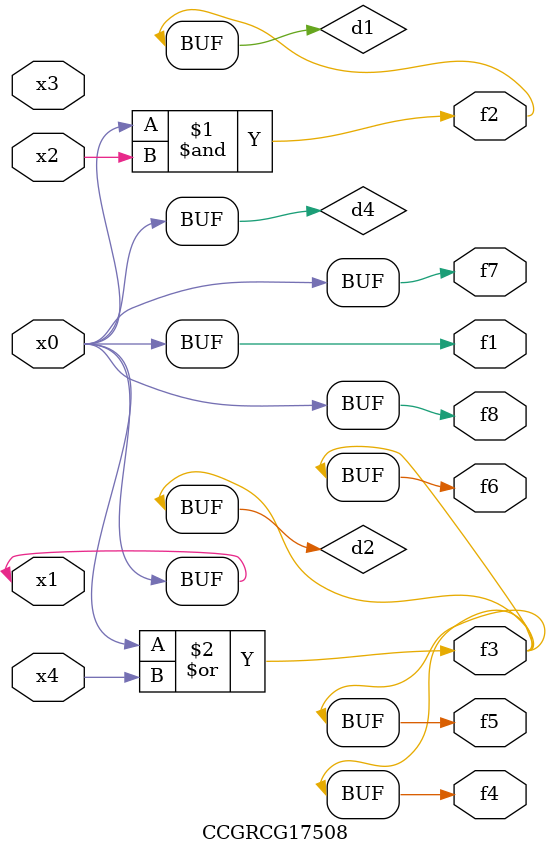
<source format=v>
module CCGRCG17508(
	input x0, x1, x2, x3, x4,
	output f1, f2, f3, f4, f5, f6, f7, f8
);

	wire d1, d2, d3, d4;

	and (d1, x0, x2);
	or (d2, x0, x4);
	nand (d3, x0, x2);
	buf (d4, x0, x1);
	assign f1 = d4;
	assign f2 = d1;
	assign f3 = d2;
	assign f4 = d2;
	assign f5 = d2;
	assign f6 = d2;
	assign f7 = d4;
	assign f8 = d4;
endmodule

</source>
